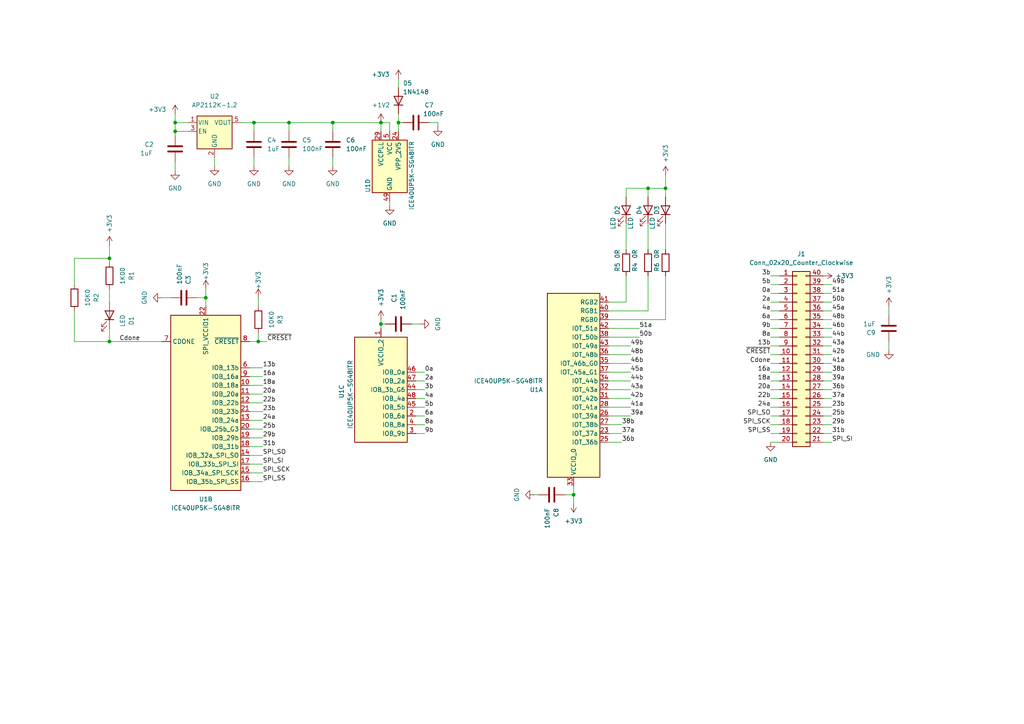
<source format=kicad_sch>
(kicad_sch (version 20211123) (generator eeschema)
  (paper "A4")
  (lib_symbols
    (symbol "Dales:Conn_02x20_Counter_Clockwise" (pin_names (offset 1.016) hide)
      (property "Reference" "J" (at 1.27 25.4 0))
      (property "Value" "Conn_02x20_Counter_Clockwise" (at 1.27 -27.94 0))
      (symbol "Conn_02x20_Counter_Clockwise_1_1"
        (rectangle (start -1.27 -25.273) (end 0 -25.527) (stroke (width 0.1524)))
        (rectangle (start -1.27 -22.733) (end 0 -22.987) (stroke (width 0.1524)))
        (rectangle (start -1.27 -20.193) (end 0 -20.447) (stroke (width 0.1524)))
        (rectangle (start -1.27 -17.653) (end 0 -17.907) (stroke (width 0.1524)))
        (rectangle (start -1.27 -15.113) (end 0 -15.367) (stroke (width 0.1524)))
        (rectangle (start -1.27 -12.573) (end 0 -12.827) (stroke (width 0.1524)))
        (rectangle (start -1.27 -10.033) (end 0 -10.287) (stroke (width 0.1524)))
        (rectangle (start -1.27 -7.493) (end 0 -7.747) (stroke (width 0.1524)))
        (rectangle (start -1.27 -4.953) (end 0 -5.207) (stroke (width 0.1524)))
        (rectangle (start -1.27 -2.413) (end 0 -2.667) (stroke (width 0.1524)))
        (rectangle (start -1.27 0.127) (end 0 -0.127) (stroke (width 0.1524)))
        (rectangle (start -1.27 2.667) (end 0 2.413) (stroke (width 0.1524)))
        (rectangle (start -1.27 5.207) (end 0 4.953) (stroke (width 0.1524)))
        (rectangle (start -1.27 7.747) (end 0 7.493) (stroke (width 0.1524)))
        (rectangle (start -1.27 10.287) (end 0 10.033) (stroke (width 0.1524)))
        (rectangle (start -1.27 12.827) (end 0 12.573) (stroke (width 0.1524)))
        (rectangle (start -1.27 15.367) (end 0 15.113) (stroke (width 0.1524)))
        (rectangle (start -1.27 17.907) (end 0 17.653) (stroke (width 0.1524)))
        (rectangle (start -1.27 20.447) (end 0 20.193) (stroke (width 0.1524)))
        (rectangle (start -1.27 22.987) (end 0 22.733) (stroke (width 0.1524)))
        (rectangle (start -1.27 24.13) (end 3.81 -26.67) (stroke (width 0.254)) (fill (type background)))
        (rectangle (start 3.81 -25.273) (end 2.54 -25.527) (stroke (width 0.1524)))
        (rectangle (start 3.81 -22.733) (end 2.54 -22.987) (stroke (width 0.1524)))
        (rectangle (start 3.81 -20.193) (end 2.54 -20.447) (stroke (width 0.1524)))
        (rectangle (start 3.81 -17.653) (end 2.54 -17.907) (stroke (width 0.1524)))
        (rectangle (start 3.81 -15.113) (end 2.54 -15.367) (stroke (width 0.1524)))
        (rectangle (start 3.81 -12.573) (end 2.54 -12.827) (stroke (width 0.1524)))
        (rectangle (start 3.81 -10.033) (end 2.54 -10.287) (stroke (width 0.1524)))
        (rectangle (start 3.81 -7.493) (end 2.54 -7.747) (stroke (width 0.1524)))
        (rectangle (start 3.81 -4.953) (end 2.54 -5.207) (stroke (width 0.1524)))
        (rectangle (start 3.81 -2.413) (end 2.54 -2.667) (stroke (width 0.1524)))
        (rectangle (start 3.81 0.127) (end 2.54 -0.127) (stroke (width 0.1524)))
        (rectangle (start 3.81 2.667) (end 2.54 2.413) (stroke (width 0.1524)))
        (rectangle (start 3.81 5.207) (end 2.54 4.953) (stroke (width 0.1524)))
        (rectangle (start 3.81 7.747) (end 2.54 7.493) (stroke (width 0.1524)))
        (rectangle (start 3.81 10.287) (end 2.54 10.033) (stroke (width 0.1524)))
        (rectangle (start 3.81 12.827) (end 2.54 12.573) (stroke (width 0.1524)))
        (rectangle (start 3.81 15.367) (end 2.54 15.113) (stroke (width 0.1524)))
        (rectangle (start 3.81 17.907) (end 2.54 17.653) (stroke (width 0.1524)))
        (rectangle (start 3.81 20.447) (end 2.54 20.193) (stroke (width 0.1524)))
        (rectangle (start 3.81 22.987) (end 2.54 22.733) (stroke (width 0.1524)))
        (pin passive line (at -5.08 22.86 0) (length 3.81) (name "Pin_1") (number "1"))
        (pin passive line (at -5.08 0 0) (length 3.81) (name "Pin_10") (number "10"))
        (pin passive line (at -5.08 -2.54 0) (length 3.81) (name "Pin_11") (number "11"))
        (pin passive line (at -5.08 -5.08 0) (length 3.81) (name "Pin_12") (number "12"))
        (pin passive line (at -5.08 -7.62 0) (length 3.81) (name "Pin_13") (number "13"))
        (pin passive line (at -5.08 -10.16 0) (length 3.81) (name "Pin_14") (number "14"))
        (pin passive line (at -5.08 -12.7 0) (length 3.81) (name "Pin_15") (number "15"))
        (pin passive line (at -5.08 -15.24 0) (length 3.81) (name "Pin_16") (number "16"))
        (pin passive line (at -5.08 -17.78 0) (length 3.81) (name "Pin_17") (number "17"))
        (pin passive line (at -5.08 -20.32 0) (length 3.81) (name "Pin_18") (number "18"))
        (pin passive line (at -5.08 -22.86 0) (length 3.81) (name "Pin_19") (number "19"))
        (pin passive line (at -5.08 20.32 0) (length 3.81) (name "Pin_2") (number "2"))
        (pin passive line (at -5.08 -25.4 0) (length 3.81) (name "Pin_20") (number "20"))
        (pin passive line (at 7.62 -25.4 180) (length 3.81) (name "Pin_21") (number "21"))
        (pin passive line (at 7.62 -22.86 180) (length 3.81) (name "Pin_22") (number "22"))
        (pin passive line (at 7.62 -20.32 180) (length 3.81) (name "Pin_23") (number "23"))
        (pin passive line (at 7.62 -17.78 180) (length 3.81) (name "Pin_24") (number "24"))
        (pin passive line (at 7.62 -15.24 180) (length 3.81) (name "Pin_25") (number "25"))
        (pin passive line (at 7.62 -12.7 180) (length 3.81) (name "Pin_26") (number "26"))
        (pin passive line (at 7.62 -10.16 180) (length 3.81) (name "Pin_27") (number "27"))
        (pin passive line (at 7.62 -7.62 180) (length 3.81) (name "Pin_28") (number "28"))
        (pin passive line (at 7.62 -5.08 180) (length 3.81) (name "Pin_29") (number "29"))
        (pin passive line (at -5.08 17.78 0) (length 3.81) (name "Pin_3") (number "3"))
        (pin passive line (at 7.62 -2.54 180) (length 3.81) (name "Pin_30") (number "30"))
        (pin passive line (at 7.62 0 180) (length 3.81) (name "Pin_31") (number "31"))
        (pin passive line (at 7.62 2.54 180) (length 3.81) (name "Pin_32") (number "32"))
        (pin passive line (at 7.62 5.08 180) (length 3.81) (name "Pin_33") (number "33"))
        (pin passive line (at 7.62 7.62 180) (length 3.81) (name "Pin_34") (number "34"))
        (pin passive line (at 7.62 10.16 180) (length 3.81) (name "Pin_35") (number "35"))
        (pin passive line (at 7.62 12.7 180) (length 3.81) (name "Pin_36") (number "36"))
        (pin passive line (at 7.62 15.24 180) (length 3.81) (name "Pin_37") (number "37"))
        (pin passive line (at 7.62 17.78 180) (length 3.81) (name "Pin_38") (number "38"))
        (pin passive line (at 7.62 20.32 180) (length 3.81) (name "Pin_39") (number "39"))
        (pin passive line (at -5.08 15.24 0) (length 3.81) (name "Pin_4") (number "4"))
        (pin passive line (at 7.62 22.86 180) (length 3.81) (name "Pin_40") (number "40"))
        (pin passive line (at -5.08 12.7 0) (length 3.81) (name "Pin_5") (number "5"))
        (pin passive line (at -5.08 10.16 0) (length 3.81) (name "Pin_6") (number "6"))
        (pin passive line (at -5.08 7.62 0) (length 3.81) (name "Pin_7") (number "7"))
        (pin passive line (at -5.08 5.08 0) (length 3.81) (name "Pin_8") (number "8"))
        (pin passive line (at -5.08 2.54 0) (length 3.81) (name "Pin_9") (number "9"))
      )
    )
    (symbol "Device:C" (pin_numbers hide) (pin_names (offset 0.254))
      (property "Reference" "C" (at 0.635 2.54 0))
      (property "Value" "C" (at 0.635 -2.54 0))
      (symbol "C_0_1"
        (polyline (pts (xy -2.032 -0.762) (xy 2.032 -0.762)) (stroke (width 0.508)))
        (polyline (pts (xy -2.032 0.762) (xy 2.032 0.762)) (stroke (width 0.508)))
      )
      (symbol "C_1_1"
        (pin passive line (at 0 3.81 270) (length 2.794) (name "~") (number "1"))
        (pin passive line (at 0 -3.81 90) (length 2.794) (name "~") (number "2"))
      )
    )
    (symbol "Device:D" (pin_numbers hide) (pin_names (offset 1.016) hide)
      (property "Reference" "D" (at 0 2.54 0))
      (property "Value" "D" (at 0 -2.54 0))
      (symbol "D_0_1"
        (polyline (pts (xy -1.27 1.27) (xy -1.27 -1.27)) (stroke (width 0.254)))
        (polyline (pts (xy 1.27 0) (xy -1.27 0)))
        (polyline (pts (xy 1.27 1.27) (xy 1.27 -1.27) (xy -1.27 0) (xy 1.27 1.27)) (stroke (width 0.254)))
      )
      (symbol "D_1_1"
        (pin passive line (at -3.81 0 0) (length 2.54) (name "K") (number "1"))
        (pin passive line (at 3.81 0 180) (length 2.54) (name "A") (number "2"))
      )
    )
    (symbol "Device:LED" (pin_numbers hide) (pin_names (offset 1.016) hide)
      (property "Reference" "D" (at 0 2.54 0))
      (property "Value" "LED" (at 0 -2.54 0))
      (symbol "LED_0_1"
        (polyline (pts (xy -1.27 -1.27) (xy -1.27 1.27)) (stroke (width 0.254)))
        (polyline (pts (xy -1.27 0) (xy 1.27 0)))
        (polyline (pts (xy 1.27 -1.27) (xy 1.27 1.27) (xy -1.27 0) (xy 1.27 -1.27)) (stroke (width 0.254)))
        (polyline (pts (xy -3.048 -0.762) (xy -4.572 -2.286) (xy -3.81 -2.286) (xy -4.572 -2.286) (xy -4.572 -1.524)))
        (polyline (pts (xy -1.778 -0.762) (xy -3.302 -2.286) (xy -2.54 -2.286) (xy -3.302 -2.286) (xy -3.302 -1.524)))
      )
      (symbol "LED_1_1"
        (pin passive line (at -3.81 0 0) (length 2.54) (name "K") (number "1"))
        (pin passive line (at 3.81 0 180) (length 2.54) (name "A") (number "2"))
      )
    )
    (symbol "Device:R" (pin_numbers hide) (pin_names (offset 0))
      (property "Reference" "R" (at 2.032 0 90))
      (property "Value" "R" (at 0 0 90))
      (symbol "R_0_1"
        (rectangle (start -1.016 -2.54) (end 1.016 2.54) (stroke (width 0.254)))
      )
      (symbol "R_1_1"
        (pin passive line (at 0 3.81 270) (length 1.27) (name "~") (number "1"))
        (pin passive line (at 0 -3.81 90) (length 1.27) (name "~") (number "2"))
      )
    )
    (symbol "FPGA_Lattice:ICE40UP5K-SG48ITR"
      (property "Reference" "U" (at -8.89 -29.21 0))
      (property "Value" "ICE40UP5K-SG48ITR" (at 0 -31.75 0))
      (symbol "ICE40UP5K-SG48ITR_1_1"
        (rectangle (start -7.62 25.4) (end 7.62 -27.94) (stroke (width 0.254)) (fill (type background)))
        (pin bidirectional line (at -10.16 12.7 0) (length 2.54) (name "IOT_37a") (number "23"))
        (pin bidirectional line (at -10.16 15.24 0) (length 2.54) (name "IOT_36b") (number "25"))
        (pin bidirectional line (at -10.16 7.62 0) (length 2.54) (name "IOT_39a") (number "26"))
        (pin bidirectional line (at -10.16 10.16 0) (length 2.54) (name "IOT_38b") (number "27"))
        (pin bidirectional line (at -10.16 5.08 0) (length 2.54) (name "IOT_41a") (number "28"))
        (pin bidirectional line (at -10.16 2.54 0) (length 2.54) (name "IOT_42b") (number "31"))
        (pin bidirectional line (at -10.16 0 0) (length 2.54) (name "IOT_43a") (number "32"))
        (pin power_in line (at 0 27.94 270) (length 2.54) (name "VCCIO_0") (number "33"))
        (pin bidirectional line (at -10.16 -2.54 0) (length 2.54) (name "IOT_44b") (number "34"))
        (pin bidirectional line (at -10.16 -7.62 0) (length 2.54) (name "IOT_46b_G0") (number "35"))
        (pin bidirectional line (at -10.16 -10.16 0) (length 2.54) (name "IOT_48b") (number "36"))
        (pin bidirectional line (at -10.16 -5.08 0) (length 2.54) (name "IOT_45a_G1") (number "37"))
        (pin bidirectional line (at -10.16 -15.24 0) (length 2.54) (name "IOT_50b") (number "38"))
        (pin open_collector line (at -10.16 -20.32 0) (length 2.54) (name "RGB0") (number "39"))
        (pin open_collector line (at -10.16 -22.86 0) (length 2.54) (name "RGB1") (number "40"))
        (pin open_collector line (at -10.16 -25.4 0) (length 2.54) (name "RGB2") (number "41"))
        (pin bidirectional line (at -10.16 -17.78 0) (length 2.54) (name "IOT_51a") (number "42"))
        (pin bidirectional line (at -10.16 -12.7 0) (length 2.54) (name "IOT_49a") (number "43"))
      )
      (symbol "ICE40UP5K-SG48ITR_2_1"
        (rectangle (start -10.16 25.4) (end 10.16 -25.4) (stroke (width 0.254)) (fill (type background)))
        (pin bidirectional line (at -12.7 5.08 0) (length 2.54) (name "IOB_18a") (number "10"))
        (pin bidirectional line (at -12.7 2.54 0) (length 2.54) (name "IOB_20a") (number "11"))
        (pin bidirectional line (at -12.7 0 0) (length 2.54) (name "IOB_22b") (number "12"))
        (pin bidirectional line (at -12.7 -5.08 0) (length 2.54) (name "IOB_24a") (number "13"))
        (pin bidirectional line (at -12.7 -15.24 0) (length 2.54) (name "IOB_32a_SPI_SO") (number "14"))
        (pin bidirectional line (at -12.7 -20.32 0) (length 2.54) (name "IOB_34a_SPI_SCK") (number "15"))
        (pin bidirectional line (at -12.7 -22.86 0) (length 2.54) (name "IOB_35b_SPI_SS") (number "16"))
        (pin bidirectional line (at -12.7 -17.78 0) (length 2.54) (name "IOB_33b_SPI_SI") (number "17"))
        (pin bidirectional line (at -12.7 -12.7 0) (length 2.54) (name "IOB_31b") (number "18"))
        (pin bidirectional line (at -12.7 -10.16 0) (length 2.54) (name "IOB_29b") (number "19"))
        (pin bidirectional line (at -12.7 -7.62 0) (length 2.54) (name "IOB_25b_G3") (number "20"))
        (pin bidirectional line (at -12.7 -2.54 0) (length 2.54) (name "IOB_23b") (number "21"))
        (pin power_in line (at 0 27.94 270) (length 2.54) (name "SPI_VCCIO1") (number "22"))
        (pin bidirectional line (at -12.7 10.16 0) (length 2.54) (name "IOB_13b") (number "6"))
        (pin open_collector line (at 12.7 17.78 180) (length 2.54) (name "CDONE") (number "7"))
        (pin input line (at -12.7 17.78 0) (length 2.54) (name "~{CRESET}") (number "8"))
        (pin bidirectional line (at -12.7 7.62 0) (length 2.54) (name "IOB_16a") (number "9"))
      )
      (symbol "ICE40UP5K-SG48ITR_3_1"
        (rectangle (start -7.62 15.24) (end 7.62 -15.24) (stroke (width 0.254)) (fill (type background)))
        (pin power_in line (at 0 17.78 270) (length 2.54) (name "VCCIO_2") (number "1"))
        (pin bidirectional line (at -10.16 -7.62 0) (length 2.54) (name "IOB_6a") (number "2"))
        (pin bidirectional line (at -10.16 -12.7 0) (length 2.54) (name "IOB_9b") (number "3"))
        (pin bidirectional line (at -10.16 -10.16 0) (length 2.54) (name "IOB_8a") (number "4"))
        (pin bidirectional line (at -10.16 0 0) (length 2.54) (name "IOB_3b_G6") (number "44"))
        (pin bidirectional line (at -10.16 -5.08 0) (length 2.54) (name "IOB_5b") (number "45"))
        (pin bidirectional line (at -10.16 5.08 0) (length 2.54) (name "IOB_0a") (number "46"))
        (pin bidirectional line (at -10.16 2.54 0) (length 2.54) (name "IOB_2a") (number "47"))
        (pin bidirectional line (at -10.16 -2.54 0) (length 2.54) (name "IOB_4a") (number "48"))
      )
      (symbol "ICE40UP5K-SG48ITR_4_1"
        (rectangle (start -5.08 7.62) (end 5.08 -7.62) (stroke (width 0.254)) (fill (type background)))
        (pin power_in line (at -2.54 10.16 270) (length 2.54) (name "VPP_2V5") (number "24"))
        (pin power_out line (at 2.54 10.16 270) (length 2.54) (name "VCCPLL") (number "29"))
        (pin passive line (at 0 10.16 270) (length 2.54) hide (name "VCC") (number "30"))
        (pin power_in line (at 0 -10.16 90) (length 2.54) (name "GND") (number "49"))
        (pin power_in line (at 0 10.16 270) (length 2.54) (name "VCC") (number "5"))
      )
    )
    (symbol "Regulator_Linear:AP2112K-1.2" (pin_names (offset 0.254))
      (property "Reference" "U" (at -5.08 5.715 0))
      (property "Value" "AP2112K-1.2" (at 0 5.715 0))
      (symbol "AP2112K-1.2_0_1"
        (rectangle (start -5.08 4.445) (end 5.08 -5.08) (stroke (width 0.254)) (fill (type background)))
      )
      (symbol "AP2112K-1.2_1_1"
        (pin power_in line (at -7.62 2.54 0) (length 2.54) (name "VIN") (number "1"))
        (pin power_in line (at 0 -7.62 90) (length 2.54) (name "GND") (number "2"))
        (pin input line (at -7.62 0 0) (length 2.54) (name "EN") (number "3"))
        (pin no_connect line (at 5.08 0 180) (length 2.54) hide (name "NC") (number "4"))
        (pin power_out line (at 7.62 2.54 180) (length 2.54) (name "VOUT") (number "5"))
      )
    )
    (symbol "power:+1V2" (power) (pin_names (offset 0))
      (property "Value" "+1V2" (at 0 3.556 0))
      (symbol "+1V2_0_1"
        (polyline (pts (xy -0.762 1.27) (xy 0 2.54)))
        (polyline (pts (xy 0 0) (xy 0 2.54)))
        (polyline (pts (xy 0 2.54) (xy 0.762 1.27)))
      )
      (symbol "+1V2_1_1"
        (pin power_in line (at 0 0 90) (length 0) hide (name "+1V2") (number "1"))
      )
    )
    (symbol "power:+3V3" (power) (pin_names (offset 0))
      (property "Value" "+3V3" (at 0 3.556 0))
      (symbol "+3V3_0_1"
        (polyline (pts (xy -0.762 1.27) (xy 0 2.54)))
        (polyline (pts (xy 0 0) (xy 0 2.54)))
        (polyline (pts (xy 0 2.54) (xy 0.762 1.27)))
      )
      (symbol "+3V3_1_1"
        (pin power_in line (at 0 0 90) (length 0) hide (name "+3V3") (number "1"))
      )
    )
    (symbol "power:GND" (power) (pin_names (offset 0))
      (property "Value" "GND" (at 0 -3.81 0))
      (symbol "GND_0_1"
        (polyline (pts (xy 0 0) (xy 0 -1.27) (xy 1.27 -1.27) (xy 0 -2.54) (xy -1.27 -1.27) (xy 0 -1.27)))
      )
      (symbol "GND_1_1"
        (pin power_in line (at 0 0 270) (length 0) hide (name "GND") (number "1"))
      )
    )
  )
  (junction (at 73.66 35.56))
  (junction (at 193.04 54.61))
  (junction (at 50.8 38.1))
  (junction (at 50.8 35.56))
  (junction (at 59.69 86.36))
  (junction (at 115.57 35.56))
  (junction (at 74.93 99.06))
  (junction (at 110.49 35.56))
  (junction (at 31.75 74.93))
  (junction (at 83.82 35.56))
  (junction (at 110.49 93.98))
  (junction (at 96.52 35.56))
  (junction (at 166.37 143.51))
  (junction (at 187.96 54.61))
  (junction (at 31.75 99.06))
  (wire (pts (xy 241.3 87.63) (xy 238.76 87.63)))
  (wire (pts (xy 50.8 33.02) (xy 50.8 35.56)))
  (wire (pts (xy 83.82 35.56) (xy 83.82 38.1)))
  (wire (pts (xy 120.65 107.95) (xy 123.19 107.95)))
  (wire (pts (xy 193.04 54.61) (xy 193.04 57.15)))
  (wire (pts (xy 72.39 111.76) (xy 76.2 111.76)))
  (wire (pts (xy 74.93 88.9) (xy 74.93 86.36)))
  (wire (pts (xy 76.2 137.16) (xy 72.39 137.16)))
  (wire (pts (xy 69.85 35.56) (xy 73.66 35.56)))
  (wire (pts (xy 182.88 110.49) (xy 176.53 110.49)))
  (wire (pts (xy 241.3 90.17) (xy 238.76 90.17)))
  (wire (pts (xy 181.61 57.15) (xy 181.61 54.61)))
  (wire (pts (xy 76.2 116.84) (xy 72.39 116.84)))
  (wire (pts (xy 50.8 35.56) (xy 50.8 38.1)))
  (wire (pts (xy 31.75 99.06) (xy 21.59 99.06)))
  (wire (pts (xy 241.3 120.65) (xy 238.76 120.65)))
  (wire (pts (xy 181.61 87.63) (xy 181.61 80.01)))
  (wire (pts (xy 113.03 58.42) (xy 113.03 59.69)))
  (wire (pts (xy 96.52 45.72) (xy 96.52 48.26)))
  (wire (pts (xy 166.37 143.51) (xy 163.83 143.51)))
  (wire (pts (xy 115.57 33.02) (xy 115.57 35.56)))
  (wire (pts (xy 223.52 92.71) (xy 226.06 92.71)))
  (wire (pts (xy 21.59 90.17) (xy 21.59 99.06)))
  (wire (pts (xy 120.65 115.57) (xy 123.19 115.57)))
  (wire (pts (xy 96.52 35.56) (xy 110.49 35.56)))
  (wire (pts (xy 123.19 113.03) (xy 120.65 113.03)))
  (wire (pts (xy 193.04 54.61) (xy 193.04 50.8)))
  (wire (pts (xy 110.49 93.98) (xy 111.76 93.98)))
  (wire (pts (xy 223.52 110.49) (xy 226.06 110.49)))
  (wire (pts (xy 120.65 110.49) (xy 123.19 110.49)))
  (wire (pts (xy 223.52 100.33) (xy 226.06 100.33)))
  (wire (pts (xy 187.96 54.61) (xy 187.96 57.15)))
  (wire (pts (xy 223.52 107.95) (xy 226.06 107.95)))
  (wire (pts (xy 110.49 93.98) (xy 110.49 95.25)))
  (wire (pts (xy 74.93 99.06) (xy 74.93 96.52)))
  (wire (pts (xy 182.88 118.11) (xy 176.53 118.11)))
  (wire (pts (xy 50.8 38.1) (xy 50.8 39.37)))
  (wire (pts (xy 76.2 106.68) (xy 72.39 106.68)))
  (wire (pts (xy 49.53 86.36) (xy 46.99 86.36)))
  (wire (pts (xy 50.8 46.99) (xy 50.8 49.53)))
  (wire (pts (xy 223.52 123.19) (xy 226.06 123.19)))
  (wire (pts (xy 110.49 92.71) (xy 110.49 93.98)))
  (wire (pts (xy 120.65 118.11) (xy 123.19 118.11)))
  (wire (pts (xy 119.38 93.98) (xy 121.92 93.98)))
  (wire (pts (xy 241.3 95.25) (xy 238.76 95.25)))
  (wire (pts (xy 182.88 113.03) (xy 176.53 113.03)))
  (wire (pts (xy 257.81 88.9) (xy 257.81 91.44)))
  (wire (pts (xy 241.3 107.95) (xy 238.76 107.95)))
  (wire (pts (xy 176.53 92.71) (xy 193.04 92.71)))
  (wire (pts (xy 76.2 139.7) (xy 72.39 139.7)))
  (wire (pts (xy 76.2 121.92) (xy 72.39 121.92)))
  (wire (pts (xy 223.52 128.27) (xy 226.06 128.27)))
  (wire (pts (xy 59.69 86.36) (xy 57.15 86.36)))
  (wire (pts (xy 223.52 115.57) (xy 226.06 115.57)))
  (wire (pts (xy 241.3 125.73) (xy 238.76 125.73)))
  (wire (pts (xy 241.3 102.87) (xy 238.76 102.87)))
  (wire (pts (xy 76.2 127) (xy 72.39 127)))
  (wire (pts (xy 241.3 110.49) (xy 238.76 110.49)))
  (wire (pts (xy 241.3 118.11) (xy 238.76 118.11)))
  (wire (pts (xy 76.2 134.62) (xy 72.39 134.62)))
  (wire (pts (xy 181.61 72.39) (xy 181.61 64.77)))
  (wire (pts (xy 257.81 101.6) (xy 257.81 99.06)))
  (wire (pts (xy 83.82 45.72) (xy 83.82 48.26)))
  (wire (pts (xy 120.65 125.73) (xy 123.19 125.73)))
  (wire (pts (xy 241.3 113.03) (xy 238.76 113.03)))
  (wire (pts (xy 76.2 129.54) (xy 72.39 129.54)))
  (wire (pts (xy 241.3 128.27) (xy 238.76 128.27)))
  (wire (pts (xy 182.88 115.57) (xy 176.53 115.57)))
  (wire (pts (xy 241.3 123.19) (xy 238.76 123.19)))
  (wire (pts (xy 120.65 120.65) (xy 123.19 120.65)))
  (wire (pts (xy 223.52 125.73) (xy 226.06 125.73)))
  (wire (pts (xy 223.52 120.65) (xy 226.06 120.65)))
  (wire (pts (xy 180.34 128.27) (xy 176.53 128.27)))
  (wire (pts (xy 193.04 80.01) (xy 193.04 92.71)))
  (wire (pts (xy 223.52 82.55) (xy 226.06 82.55)))
  (wire (pts (xy 241.3 92.71) (xy 238.76 92.71)))
  (wire (pts (xy 241.3 100.33) (xy 238.76 100.33)))
  (wire (pts (xy 241.3 82.55) (xy 238.76 82.55)))
  (wire (pts (xy 113.03 35.56) (xy 110.49 35.56)))
  (wire (pts (xy 50.8 35.56) (xy 54.61 35.56)))
  (wire (pts (xy 62.23 48.26) (xy 62.23 45.72)))
  (wire (pts (xy 180.34 125.73) (xy 176.53 125.73)))
  (wire (pts (xy 181.61 54.61) (xy 187.96 54.61)))
  (wire (pts (xy 115.57 35.56) (xy 116.84 35.56)))
  (wire (pts (xy 76.2 119.38) (xy 72.39 119.38)))
  (wire (pts (xy 31.75 83.82) (xy 31.75 87.63)))
  (wire (pts (xy 72.39 114.3) (xy 76.2 114.3)))
  (wire (pts (xy 110.49 35.56) (xy 110.49 38.1)))
  (wire (pts (xy 223.52 80.01) (xy 226.06 80.01)))
  (wire (pts (xy 73.66 45.72) (xy 73.66 48.26)))
  (wire (pts (xy 21.59 82.55) (xy 21.59 74.93)))
  (wire (pts (xy 180.34 123.19) (xy 176.53 123.19)))
  (wire (pts (xy 182.88 102.87) (xy 176.53 102.87)))
  (wire (pts (xy 182.88 100.33) (xy 176.53 100.33)))
  (wire (pts (xy 187.96 64.77) (xy 187.96 72.39)))
  (wire (pts (xy 21.59 74.93) (xy 31.75 74.93)))
  (wire (pts (xy 223.52 95.25) (xy 226.06 95.25)))
  (wire (pts (xy 166.37 143.51) (xy 166.37 140.97)))
  (wire (pts (xy 72.39 99.06) (xy 74.93 99.06)))
  (wire (pts (xy 50.8 38.1) (xy 54.61 38.1)))
  (wire (pts (xy 176.53 95.25) (xy 185.42 95.25)))
  (wire (pts (xy 241.3 105.41) (xy 238.76 105.41)))
  (wire (pts (xy 241.3 115.57) (xy 238.76 115.57)))
  (wire (pts (xy 73.66 35.56) (xy 83.82 35.56)))
  (wire (pts (xy 176.53 97.79) (xy 185.42 97.79)))
  (wire (pts (xy 223.52 102.87) (xy 226.06 102.87)))
  (wire (pts (xy 182.88 120.65) (xy 176.53 120.65)))
  (wire (pts (xy 127 35.56) (xy 127 36.83)))
  (wire (pts (xy 166.37 146.05) (xy 166.37 143.51)))
  (wire (pts (xy 223.52 85.09) (xy 226.06 85.09)))
  (wire (pts (xy 31.75 99.06) (xy 46.99 99.06)))
  (wire (pts (xy 241.3 85.09) (xy 238.76 85.09)))
  (wire (pts (xy 193.04 54.61) (xy 187.96 54.61)))
  (wire (pts (xy 113.03 38.1) (xy 113.03 35.56)))
  (wire (pts (xy 59.69 86.36) (xy 59.69 88.9)))
  (wire (pts (xy 241.3 97.79) (xy 238.76 97.79)))
  (wire (pts (xy 59.69 83.82) (xy 59.69 86.36)))
  (wire (pts (xy 156.21 143.51) (xy 154.94 143.51)))
  (wire (pts (xy 223.52 113.03) (xy 226.06 113.03)))
  (wire (pts (xy 182.88 105.41) (xy 176.53 105.41)))
  (wire (pts (xy 77.47 99.06) (xy 74.93 99.06)))
  (wire (pts (xy 176.53 87.63) (xy 181.61 87.63)))
  (wire (pts (xy 124.46 35.56) (xy 127 35.56)))
  (wire (pts (xy 115.57 22.86) (xy 115.57 25.4)))
  (wire (pts (xy 223.52 87.63) (xy 226.06 87.63)))
  (wire (pts (xy 76.2 132.08) (xy 72.39 132.08)))
  (wire (pts (xy 187.96 80.01) (xy 187.96 90.17)))
  (wire (pts (xy 76.2 124.46) (xy 72.39 124.46)))
  (wire (pts (xy 120.65 123.19) (xy 123.19 123.19)))
  (wire (pts (xy 176.53 90.17) (xy 187.96 90.17)))
  (wire (pts (xy 31.75 71.12) (xy 31.75 74.93)))
  (wire (pts (xy 31.75 74.93) (xy 31.75 76.2)))
  (wire (pts (xy 223.52 118.11) (xy 226.06 118.11)))
  (wire (pts (xy 73.66 35.56) (xy 73.66 38.1)))
  (wire (pts (xy 76.2 109.22) (xy 72.39 109.22)))
  (wire (pts (xy 223.52 97.79) (xy 226.06 97.79)))
  (wire (pts (xy 83.82 35.56) (xy 96.52 35.56)))
  (wire (pts (xy 115.57 35.56) (xy 115.57 38.1)))
  (wire (pts (xy 96.52 35.56) (xy 96.52 38.1)))
  (wire (pts (xy 31.75 95.25) (xy 31.75 99.06)))
  (wire (pts (xy 193.04 64.77) (xy 193.04 72.39)))
  (wire (pts (xy 223.52 105.41) (xy 226.06 105.41)))
  (wire (pts (xy 182.88 107.95) (xy 176.53 107.95)))
  (wire (pts (xy 223.52 90.17) (xy 226.06 90.17)))
  (label "5b" (at 123.19 118.11 0))
  (label "Cdone" (at 223.52 105.41 180))
  (label "SPI_SO" (at 223.52 120.65 180))
  (label "43a" (at 182.88 113.03 0))
  (label "SPI_SI" (at 241.3 128.27 0))
  (label "8a" (at 223.52 97.79 180))
  (label "42b" (at 241.3 102.87 0))
  (label "41a" (at 241.3 105.41 0))
  (label "22b" (at 76.2 116.84 0))
  (label "16a" (at 223.52 107.95 180))
  (label "8a" (at 123.19 123.19 0))
  (label "3b" (at 223.52 80.01 180))
  (label "23b" (at 241.3 118.11 0))
  (label "48b" (at 241.3 92.71 0))
  (label "20a" (at 223.52 113.03 180))
  (label "44b" (at 241.3 97.79 0))
  (label "49b" (at 241.3 82.55 0))
  (label "25b" (at 76.2 124.46 0))
  (label "25b" (at 241.3 120.65 0))
  (label "36b" (at 180.34 128.27 0))
  (label "39a" (at 241.3 110.49 0))
  (label "SPI_SCK" (at 223.52 123.19 180))
  (label "48b" (at 182.88 102.87 0))
  (label "38b" (at 241.3 107.95 0))
  (label "4a" (at 123.19 115.57 0))
  (label "0a" (at 123.19 107.95 0))
  (label "2a" (at 223.52 87.63 180))
  (label "31b" (at 76.2 129.54 0))
  (label "4a" (at 223.52 90.17 180))
  (label "50b" (at 241.3 87.63 0))
  (label "SPI_SS" (at 223.52 125.73 180))
  (label "50b" (at 185.42 97.79 0))
  (label "9b" (at 223.52 95.25 180))
  (label "0a" (at 223.52 85.09 180))
  (label "18a" (at 223.52 110.49 180))
  (label "29b" (at 241.3 123.19 0))
  (label "46b" (at 182.88 105.41 0))
  (label "3b" (at 123.19 113.03 0))
  (label "6a" (at 223.52 92.71 180))
  (label "31b" (at 241.3 125.73 0))
  (label "SPI_SS" (at 76.2 139.7 0))
  (label "Cdone" (at 40.64 99.06 180))
  (label "13b" (at 76.2 106.68 0))
  (label "39a" (at 182.88 120.65 0))
  (label "49b" (at 182.88 100.33 0))
  (label "42b" (at 182.88 115.57 0))
  (label "18a" (at 76.2 111.76 0))
  (label "36b" (at 241.3 113.03 0))
  (label "38b" (at 180.34 123.19 0))
  (label "2a" (at 123.19 110.49 0))
  (label "24a" (at 223.52 118.11 180))
  (label "6a" (at 123.19 120.65 0))
  (label "22b" (at 223.52 115.57 180))
  (label "~{CRESET}" (at 77.47 99.06 0))
  (label "24a" (at 76.2 121.92 0))
  (label "46b" (at 241.3 95.25 0))
  (label "41a" (at 182.88 118.11 0))
  (label "SPI_SCK" (at 76.2 137.16 0))
  (label "51a" (at 185.42 95.25 0))
  (label "13b" (at 223.52 100.33 180))
  (label "37a" (at 180.34 125.73 0))
  (label "5b" (at 223.52 82.55 180))
  (label "37a" (at 241.3 115.57 0))
  (label "16a" (at 76.2 109.22 0))
  (label "23b" (at 76.2 119.38 0))
  (label "~{CRESET}" (at 223.52 102.87 180))
  (label "45a" (at 241.3 90.17 0))
  (label "20a" (at 76.2 114.3 0))
  (label "44b" (at 182.88 110.49 0))
  (label "43a" (at 241.3 100.33 0))
  (label "29b" (at 76.2 127 0))
  (label "SPI_SO" (at 76.2 132.08 0))
  (label "45a" (at 182.88 107.95 0))
  (label "9b" (at 123.19 125.73 0))
  (label "SPI_SI" (at 76.2 134.62 0))
  (label "51a" (at 241.3 85.09 0))
  (symbol (lib_id "Device:R") (at 21.59 86.36 0) (unit 1)
    (property "Reference" "R2" (at 27.94 86.36 90))
    (property "Value" "10K0" (at 25.4 86.36 90))
    (property "Footprint" "Resistor_SMD:R_0402_1005Metric_Pad0.72x0.64mm_HandSolder" (effects hide))
  )
  (symbol (lib_id "Device:C") (at 115.57 93.98 90) (mirror x) (unit 1)
    (property "Reference" "C1" (at 114.3 85.09 0) (effects (justify left)))
    (property "Value" "100nF" (at 116.84 83.82 0) (effects (justify left)))
    (property "Footprint" "Capacitor_SMD:C_0402_1005Metric_Pad0.74x0.62mm_HandSolder" (effects hide))
  )
  (symbol (lib_id "power:+3V3") (at 110.49 92.71 0) (mirror y) (unit 1)
    (property "Reference" "#PWR01" (effects hide))
    (property "Value" "+3V3" (at 110.49 86.36 90))
  )
  (symbol (lib_id "Dales:Conn_02x20_Counter_Clockwise") (at 231.14 102.87 0) (unit 1)
    (property "Reference" "J1" (at 232.41 73.66 0))
    (property "Value" "Conn_02x20_Counter_Clockwise" (at 232.41 76.2 0))
    (property "Footprint" "Dales:DIP-40_600_ELL" (effects hide))
  )
  (symbol (lib_id "Device:LED") (at 31.75 91.44 270) (mirror x) (unit 1)
    (property "Reference" "D1" (at 38.1 93.0275 0))
    (property "Value" "LED" (at 35.56 93.0275 0))
    (property "Footprint" "LED_SMD:LED_0603_1608Metric" (effects hide))
  )
  (symbol (lib_id "power:GND") (at 50.8 49.53 0) (mirror y) (unit 1)
    (property "Reference" "#PWR06" (effects hide))
    (property "Value" "GND" (at 50.8 54.61 0))
  )
  (symbol (lib_id "power:GND") (at 121.92 93.98 90) (unit 1)
    (property "Reference" "#PWR02" (effects hide))
    (property "Value" "GND" (at 127 93.98 0))
  )
  (symbol (lib_id "Device:D") (at 115.57 29.21 90) (unit 1)
    (property "Reference" "D5" (at 116.84 24.13 90) (effects (justify right)))
    (property "Value" "1N4148" (at 116.84 26.67 90) (effects (justify right)))
    (property "Footprint" "Diode_SMD:D_0402_1005Metric_Pad0.77x0.64mm_HandSolder" (effects hide))
    (property "MFP#" "1N4148WL2-TP" (effects hide))
  )
  (symbol (lib_id "power:+3V3") (at 115.57 22.86 0) (unit 1)
    (property "Reference" "#PWR017" (effects hide))
    (property "Value" "+3V3" (at 113.03 21.5899 0) (effects (justify right)))
  )
  (symbol (lib_id "power:+3V3") (at 74.93 86.36 0) (mirror y) (unit 1)
    (property "Reference" "#PWR08" (effects hide))
    (property "Value" "+3V3" (at 74.93 81.28 90))
  )
  (symbol (lib_id "power:GND") (at 257.81 101.6 0) (unit 1)
    (property "Reference" "#PWR021" (effects hide))
    (property "Value" "GND" (at 255.27 102.8701 0) (effects (justify right)))
  )
  (symbol (lib_id "Device:C") (at 120.65 35.56 90) (unit 1)
    (property "Reference" "C7" (at 124.46 30.48 90))
    (property "Value" "100nF" (at 125.73 33.02 90))
    (property "Footprint" "Capacitor_SMD:C_0402_1005Metric_Pad0.74x0.62mm_HandSolder" (effects hide))
  )
  (symbol (lib_id "power:GND") (at 127 36.83 0) (mirror y) (unit 1)
    (property "Reference" "#PWR018" (effects hide))
    (property "Value" "GND" (at 127 41.91 0))
  )
  (symbol (lib_id "FPGA_Lattice:ICE40UP5K-SG48ITR") (at 113.03 48.26 0) (mirror y) (unit 4)
    (property "Reference" "U1" (at 106.68 55.88 90) (effects (justify left)))
    (property "Value" "ICE40UP5K-SG48ITR" (at 119.38 60.96 90) (effects (justify left)))
    (property "Footprint" "Package_DFN_QFN:QFN-48-1EP_7x7mm_P0.5mm_EP5.6x5.6mm" (effects hide))
    (property "Datasheet" "http://www.latticesemi.com/Products/FPGAandCPLD/iCE40Ultra" (effects hide))
  )
  (symbol (lib_id "power:+3V3") (at 193.04 50.8 0) (mirror y) (unit 1)
    (property "Reference" "#PWR014" (effects hide))
    (property "Value" "+3V3" (at 193.04 41.91 90) (effects (justify right)))
  )
  (symbol (lib_id "Device:R") (at 181.61 76.2 0) (unit 1)
    (property "Reference" "R4" (at 184.15 77.47 90))
    (property "Value" "0R" (at 184.15 73.66 90))
    (property "Footprint" "Resistor_SMD:R_0402_1005Metric_Pad0.72x0.64mm_HandSolder" (effects hide))
  )
  (symbol (lib_id "Device:C") (at 50.8 43.18 0) (unit 1)
    (property "Reference" "C2" (at 41.91 41.91 0) (effects (justify left)))
    (property "Value" "1uF" (at 40.64 44.45 0) (effects (justify left)))
    (property "Footprint" "Capacitor_SMD:C_0402_1005Metric_Pad0.74x0.62mm_HandSolder" (effects hide))
  )
  (symbol (lib_id "power:+3V3") (at 257.81 88.9 0) (mirror y) (unit 1)
    (property "Reference" "#PWR019" (effects hide))
    (property "Value" "+3V3" (at 257.81 80.01 90) (effects (justify right)))
  )
  (symbol (lib_id "Device:LED") (at 187.96 60.96 270) (mirror x) (unit 1)
    (property "Reference" "D4" (at 185.42 60.96 0))
    (property "Value" "LED" (at 189.23 64.77 0))
    (property "Footprint" "LED_SMD:LED_0603_1608Metric" (effects hide))
  )
  (symbol (lib_id "power:+3V3") (at 166.37 146.05 180) (unit 1)
    (property "Reference" "#PWR022" (effects hide))
    (property "Value" "+3V3" (at 166.37 151.13 0))
  )
  (symbol (lib_id "Device:C") (at 73.66 41.91 0) (unit 1)
    (property "Reference" "C4" (at 77.47 40.6399 0) (effects (justify left)))
    (property "Value" "1uF" (at 77.47 43.1799 0) (effects (justify left)))
    (property "Footprint" "Capacitor_SMD:C_0402_1005Metric_Pad0.74x0.62mm_HandSolder" (effects hide))
  )
  (symbol (lib_id "Device:LED") (at 181.61 60.96 270) (mirror x) (unit 1)
    (property "Reference" "D2" (at 179.07 60.96 0))
    (property "Value" "LED" (at 182.88 64.77 0))
    (property "Footprint" "LED_SMD:LED_0603_1608Metric" (effects hide))
  )
  (symbol (lib_id "FPGA_Lattice:ICE40UP5K-SG48ITR") (at 59.69 116.84 0) (mirror y) (unit 2)
    (property "Reference" "U1" (at 59.69 144.78 0))
    (property "Value" "ICE40UP5K-SG48ITR" (at 59.69 147.32 0))
    (property "Footprint" "Package_DFN_QFN:QFN-48-1EP_7x7mm_P0.5mm_EP5.6x5.6mm" (effects hide))
    (property "Datasheet" "http://www.latticesemi.com/Products/FPGAandCPLD/iCE40Ultra" (effects hide))
  )
  (symbol (lib_id "Device:C") (at 83.82 41.91 0) (unit 1)
    (property "Reference" "C5" (at 87.63 40.6399 0) (effects (justify left)))
    (property "Value" "100nF" (at 87.63 43.18 0) (effects (justify left)))
    (property "Footprint" "Capacitor_SMD:C_0402_1005Metric_Pad0.74x0.62mm_HandSolder" (effects hide))
  )
  (symbol (lib_id "power:GND") (at 73.66 48.26 0) (mirror y) (unit 1)
    (property "Reference" "#PWR011" (effects hide))
    (property "Value" "GND" (at 73.66 53.34 0))
  )
  (symbol (lib_id "power:+3V3") (at 238.76 80.01 270) (unit 1)
    (property "Reference" "#PWR?" (effects hide))
    (property "Value" "+3V3" (at 247.65 80.01 90) (effects (justify right)))
  )
  (symbol (lib_id "power:GND") (at 46.99 86.36 270) (unit 1)
    (property "Reference" "#PWR09" (effects hide))
    (property "Value" "GND" (at 41.91 86.36 0))
  )
  (symbol (lib_id "power:GND") (at 62.23 48.26 0) (mirror y) (unit 1)
    (property "Reference" "#PWR07" (effects hide))
    (property "Value" "GND" (at 62.23 53.34 0))
  )
  (symbol (lib_id "power:GND") (at 113.03 59.69 0) (mirror y) (unit 1)
    (property "Reference" "#PWR016" (effects hide))
    (property "Value" "GND" (at 113.03 64.77 0))
  )
  (symbol (lib_id "Device:C") (at 257.81 95.25 180) (unit 1)
    (property "Reference" "C9" (at 254 96.5201 0) (effects (justify left)))
    (property "Value" "1uF" (at 254 93.9801 0) (effects (justify left)))
    (property "Footprint" "Capacitor_SMD:C_0402_1005Metric_Pad0.74x0.62mm_HandSolder" (effects hide))
  )
  (symbol (lib_id "power:+3V3") (at 50.8 33.02 0) (unit 1)
    (property "Reference" "#PWR05" (effects hide))
    (property "Value" "+3V3" (at 48.26 31.7499 0) (effects (justify right)))
  )
  (symbol (lib_id "FPGA_Lattice:ICE40UP5K-SG48ITR") (at 110.49 113.03 0) (mirror y) (unit 3)
    (property "Reference" "U1" (at 99.06 115.57 90) (effects (justify left)))
    (property "Value" "ICE40UP5K-SG48ITR" (at 101.6 124.46 90) (effects (justify left)))
    (property "Footprint" "Package_DFN_QFN:QFN-48-1EP_7x7mm_P0.5mm_EP5.6x5.6mm" (effects hide))
    (property "Datasheet" "http://www.latticesemi.com/Products/FPGAandCPLD/iCE40Ultra" (effects hide))
  )
  (symbol (lib_id "Device:C") (at 160.02 143.51 270) (unit 1)
    (property "Reference" "C8" (at 161.2901 147.32 0) (effects (justify left)))
    (property "Value" "100nF" (at 158.7501 147.32 0) (effects (justify left)))
    (property "Footprint" "Capacitor_SMD:C_0402_1005Metric_Pad0.74x0.62mm_HandSolder" (effects hide))
  )
  (symbol (lib_id "power:GND") (at 83.82 48.26 0) (mirror y) (unit 1)
    (property "Reference" "#PWR012" (effects hide))
    (property "Value" "GND" (at 83.82 53.34 0))
  )
  (symbol (lib_id "Device:LED") (at 193.04 60.96 270) (mirror x) (unit 1)
    (property "Reference" "D3" (at 190.5 60.96 0))
    (property "Value" "LED" (at 177.8 64.77 0))
    (property "Footprint" "LED_SMD:LED_0603_1608Metric" (effects hide))
  )
  (symbol (lib_id "Device:C") (at 96.52 41.91 0) (unit 1)
    (property "Reference" "C6" (at 100.33 40.6399 0) (effects (justify left)))
    (property "Value" "100nF" (at 100.33 43.18 0) (effects (justify left)))
    (property "Footprint" "Capacitor_SMD:C_0402_1005Metric_Pad0.74x0.62mm_HandSolder" (effects hide))
  )
  (symbol (lib_id "power:GND") (at 223.52 128.27 0) (unit 1)
    (property "Reference" "#PWR?" (effects hide))
    (property "Value" "GND" (at 223.52 133.35 0))
  )
  (symbol (lib_id "Device:R") (at 187.96 76.2 0) (unit 1)
    (property "Reference" "R6" (at 190.5 77.47 90))
    (property "Value" "0R" (at 190.5 73.66 90))
    (property "Footprint" "Resistor_SMD:R_0402_1005Metric_Pad0.72x0.64mm_HandSolder" (effects hide))
  )
  (symbol (lib_id "Device:R") (at 74.93 92.71 0) (mirror x) (unit 1)
    (property "Reference" "R3" (at 81.28 92.71 90))
    (property "Value" "10K0" (at 78.74 92.71 90))
    (property "Footprint" "Resistor_SMD:R_0402_1005Metric_Pad0.72x0.64mm_HandSolder" (effects hide))
  )
  (symbol (lib_id "Device:R") (at 193.04 76.2 0) (unit 1)
    (property "Reference" "R5" (at 179.07 77.47 90))
    (property "Value" "0R" (at 179.07 73.66 90))
    (property "Footprint" "Resistor_SMD:R_0402_1005Metric_Pad0.72x0.64mm_HandSolder" (effects hide))
  )
  (symbol (lib_id "power:GND") (at 96.52 48.26 0) (mirror y) (unit 1)
    (property "Reference" "#PWR013" (effects hide))
    (property "Value" "GND" (at 96.52 53.34 0))
  )
  (symbol (lib_id "power:+1V2") (at 110.49 35.56 0) (mirror y) (unit 1)
    (property "Reference" "#PWR015" (effects hide))
    (property "Value" "+1V2" (at 110.49 30.48 0))
  )
  (symbol (lib_id "Regulator_Linear:AP2112K-1.2") (at 62.23 38.1 0) (unit 1)
    (property "Reference" "U2" (at 62.23 27.94 0))
    (property "Value" "AP2112K-1.2" (at 62.23 30.48 0))
    (property "Footprint" "Package_TO_SOT_SMD:SOT-23-5" (effects hide))
    (property "Datasheet" "https://www.diodes.com/assets/Datasheets/AP2112.pdf" (effects hide))
  )
  (symbol (lib_id "FPGA_Lattice:ICE40UP5K-SG48ITR") (at 166.37 113.03 180) (unit 1)
    (property "Reference" "U1" (at 157.48 113.0301 0) (effects (justify left)))
    (property "Value" "ICE40UP5K-SG48ITR" (at 157.48 110.4901 0) (effects (justify left)))
    (property "Footprint" "Package_DFN_QFN:QFN-48-1EP_7x7mm_P0.5mm_EP5.6x5.6mm" (effects hide))
    (property "Datasheet" "http://www.latticesemi.com/Products/FPGAandCPLD/iCE40Ultra" (effects hide))
  )
  (symbol (lib_id "Device:C") (at 53.34 86.36 270) (mirror x) (unit 1)
    (property "Reference" "C3" (at 54.6101 82.55 0) (effects (justify left)))
    (property "Value" "100nF" (at 52.0701 82.55 0) (effects (justify left)))
    (property "Footprint" "Capacitor_SMD:C_0402_1005Metric_Pad0.74x0.62mm_HandSolder" (effects hide))
  )
  (symbol (lib_id "power:+3V3") (at 31.75 71.12 0) (mirror y) (unit 1)
    (property "Reference" "#PWR04" (effects hide))
    (property "Value" "+3V3" (at 31.75 62.23 90) (effects (justify right)))
  )
  (symbol (lib_id "Device:R") (at 31.75 80.01 0) (unit 1)
    (property "Reference" "R1" (at 38.1 80.01 90))
    (property "Value" "1K00" (at 35.56 80.01 90))
    (property "Footprint" "Resistor_SMD:R_0402_1005Metric_Pad0.72x0.64mm_HandSolder" (effects hide))
  )
  (symbol (lib_id "power:+3V3") (at 59.69 83.82 0) (mirror y) (unit 1)
    (property "Reference" "#PWR010" (effects hide))
    (property "Value" "+3V3" (at 59.69 78.74 90))
  )
  (symbol (lib_id "power:GND") (at 154.94 143.51 270) (mirror x) (unit 1)
    (property "Reference" "#PWR020" (effects hide))
    (property "Value" "GND" (at 149.86 143.51 0))
  )
)
</source>
